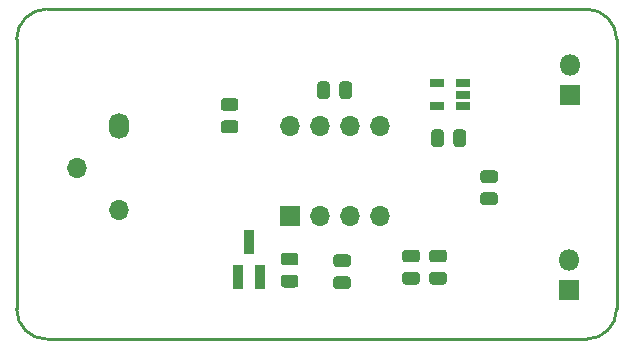
<source format=gbr>
%TF.GenerationSoftware,KiCad,Pcbnew,5.1.6-c6e7f7d~87~ubuntu18.04.1*%
%TF.CreationDate,2020-11-27T17:36:11+05:00*%
%TF.ProjectId,NO2_signal_conditioner,4e4f325f-7369-4676-9e61-6c5f636f6e64,rev?*%
%TF.SameCoordinates,Original*%
%TF.FileFunction,Soldermask,Top*%
%TF.FilePolarity,Negative*%
%FSLAX46Y46*%
G04 Gerber Fmt 4.6, Leading zero omitted, Abs format (unit mm)*
G04 Created by KiCad (PCBNEW 5.1.6-c6e7f7d~87~ubuntu18.04.1) date 2020-11-27 17:36:11*
%MOMM*%
%LPD*%
G01*
G04 APERTURE LIST*
%TA.AperFunction,Profile*%
%ADD10C,0.254000*%
%TD*%
%TA.AperFunction,Profile*%
%ADD11C,0.250000*%
%TD*%
%ADD12O,1.800000X1.800000*%
%ADD13R,1.800000X1.800000*%
%ADD14O,1.700000X1.700000*%
%ADD15O,1.700000X2.200000*%
%ADD16R,1.160000X0.750000*%
%ADD17R,1.700000X1.700000*%
%ADD18R,0.900000X2.000000*%
G04 APERTURE END LIST*
D10*
X154940000Y-91440000D02*
G75*
G02*
X152400000Y-88900000I0J2540000D01*
G01*
X152400000Y-66040000D02*
G75*
G02*
X154940000Y-63500000I2540000J0D01*
G01*
X200660000Y-63500000D02*
G75*
G02*
X203200000Y-66040000I0J-2540000D01*
G01*
X203200000Y-88900000D02*
G75*
G02*
X200660000Y-91440000I-2540000J0D01*
G01*
X152400000Y-88900000D02*
X152400000Y-66040000D01*
X200660000Y-91440000D02*
X154940000Y-91440000D01*
D11*
X203200000Y-66040000D02*
X203200000Y-88900000D01*
D10*
X154940000Y-63500000D02*
X200660000Y-63500000D01*
D12*
%TO.C,J3*%
X199263000Y-68199000D03*
D13*
X199263000Y-70739000D03*
%TD*%
D12*
%TO.C,J2*%
X199136000Y-84709000D03*
D13*
X199136000Y-87249000D03*
%TD*%
D14*
%TO.C,J1*%
X161036000Y-80506000D03*
X157486000Y-76956000D03*
D15*
X161036000Y-73406000D03*
%TD*%
D16*
%TO.C,U2*%
X188003000Y-71689000D03*
X188003000Y-69789000D03*
X190203000Y-69789000D03*
X190203000Y-70739000D03*
X190203000Y-71689000D03*
%TD*%
%TO.C,C3*%
G36*
G01*
X189376000Y-74903250D02*
X189376000Y-73940750D01*
G75*
G02*
X189644750Y-73672000I268750J0D01*
G01*
X190182250Y-73672000D01*
G75*
G02*
X190451000Y-73940750I0J-268750D01*
G01*
X190451000Y-74903250D01*
G75*
G02*
X190182250Y-75172000I-268750J0D01*
G01*
X189644750Y-75172000D01*
G75*
G02*
X189376000Y-74903250I0J268750D01*
G01*
G37*
G36*
G01*
X187501000Y-74903250D02*
X187501000Y-73940750D01*
G75*
G02*
X187769750Y-73672000I268750J0D01*
G01*
X188307250Y-73672000D01*
G75*
G02*
X188576000Y-73940750I0J-268750D01*
G01*
X188576000Y-74903250D01*
G75*
G02*
X188307250Y-75172000I-268750J0D01*
G01*
X187769750Y-75172000D01*
G75*
G02*
X187501000Y-74903250I0J268750D01*
G01*
G37*
%TD*%
D14*
%TO.C,U1*%
X175514000Y-73406000D03*
X183134000Y-81026000D03*
X178054000Y-73406000D03*
X180594000Y-81026000D03*
X180594000Y-73406000D03*
X178054000Y-81026000D03*
X183134000Y-73406000D03*
D17*
X175514000Y-81026000D03*
%TD*%
%TO.C,R5*%
G36*
G01*
X187605750Y-85744000D02*
X188568250Y-85744000D01*
G75*
G02*
X188837000Y-86012750I0J-268750D01*
G01*
X188837000Y-86550250D01*
G75*
G02*
X188568250Y-86819000I-268750J0D01*
G01*
X187605750Y-86819000D01*
G75*
G02*
X187337000Y-86550250I0J268750D01*
G01*
X187337000Y-86012750D01*
G75*
G02*
X187605750Y-85744000I268750J0D01*
G01*
G37*
G36*
G01*
X187605750Y-83869000D02*
X188568250Y-83869000D01*
G75*
G02*
X188837000Y-84137750I0J-268750D01*
G01*
X188837000Y-84675250D01*
G75*
G02*
X188568250Y-84944000I-268750J0D01*
G01*
X187605750Y-84944000D01*
G75*
G02*
X187337000Y-84675250I0J268750D01*
G01*
X187337000Y-84137750D01*
G75*
G02*
X187605750Y-83869000I268750J0D01*
G01*
G37*
%TD*%
%TO.C,R4*%
G36*
G01*
X186282250Y-84944000D02*
X185319750Y-84944000D01*
G75*
G02*
X185051000Y-84675250I0J268750D01*
G01*
X185051000Y-84137750D01*
G75*
G02*
X185319750Y-83869000I268750J0D01*
G01*
X186282250Y-83869000D01*
G75*
G02*
X186551000Y-84137750I0J-268750D01*
G01*
X186551000Y-84675250D01*
G75*
G02*
X186282250Y-84944000I-268750J0D01*
G01*
G37*
G36*
G01*
X186282250Y-86819000D02*
X185319750Y-86819000D01*
G75*
G02*
X185051000Y-86550250I0J268750D01*
G01*
X185051000Y-86012750D01*
G75*
G02*
X185319750Y-85744000I268750J0D01*
G01*
X186282250Y-85744000D01*
G75*
G02*
X186551000Y-86012750I0J-268750D01*
G01*
X186551000Y-86550250D01*
G75*
G02*
X186282250Y-86819000I-268750J0D01*
G01*
G37*
%TD*%
%TO.C,R3*%
G36*
G01*
X175032750Y-85998000D02*
X175995250Y-85998000D01*
G75*
G02*
X176264000Y-86266750I0J-268750D01*
G01*
X176264000Y-86804250D01*
G75*
G02*
X175995250Y-87073000I-268750J0D01*
G01*
X175032750Y-87073000D01*
G75*
G02*
X174764000Y-86804250I0J268750D01*
G01*
X174764000Y-86266750D01*
G75*
G02*
X175032750Y-85998000I268750J0D01*
G01*
G37*
G36*
G01*
X175032750Y-84123000D02*
X175995250Y-84123000D01*
G75*
G02*
X176264000Y-84391750I0J-268750D01*
G01*
X176264000Y-84929250D01*
G75*
G02*
X175995250Y-85198000I-268750J0D01*
G01*
X175032750Y-85198000D01*
G75*
G02*
X174764000Y-84929250I0J268750D01*
G01*
X174764000Y-84391750D01*
G75*
G02*
X175032750Y-84123000I268750J0D01*
G01*
G37*
%TD*%
%TO.C,R2*%
G36*
G01*
X179477750Y-86125000D02*
X180440250Y-86125000D01*
G75*
G02*
X180709000Y-86393750I0J-268750D01*
G01*
X180709000Y-86931250D01*
G75*
G02*
X180440250Y-87200000I-268750J0D01*
G01*
X179477750Y-87200000D01*
G75*
G02*
X179209000Y-86931250I0J268750D01*
G01*
X179209000Y-86393750D01*
G75*
G02*
X179477750Y-86125000I268750J0D01*
G01*
G37*
G36*
G01*
X179477750Y-84250000D02*
X180440250Y-84250000D01*
G75*
G02*
X180709000Y-84518750I0J-268750D01*
G01*
X180709000Y-85056250D01*
G75*
G02*
X180440250Y-85325000I-268750J0D01*
G01*
X179477750Y-85325000D01*
G75*
G02*
X179209000Y-85056250I0J268750D01*
G01*
X179209000Y-84518750D01*
G75*
G02*
X179477750Y-84250000I268750J0D01*
G01*
G37*
%TD*%
%TO.C,R1*%
G36*
G01*
X169952750Y-72917000D02*
X170915250Y-72917000D01*
G75*
G02*
X171184000Y-73185750I0J-268750D01*
G01*
X171184000Y-73723250D01*
G75*
G02*
X170915250Y-73992000I-268750J0D01*
G01*
X169952750Y-73992000D01*
G75*
G02*
X169684000Y-73723250I0J268750D01*
G01*
X169684000Y-73185750D01*
G75*
G02*
X169952750Y-72917000I268750J0D01*
G01*
G37*
G36*
G01*
X169952750Y-71042000D02*
X170915250Y-71042000D01*
G75*
G02*
X171184000Y-71310750I0J-268750D01*
G01*
X171184000Y-71848250D01*
G75*
G02*
X170915250Y-72117000I-268750J0D01*
G01*
X169952750Y-72117000D01*
G75*
G02*
X169684000Y-71848250I0J268750D01*
G01*
X169684000Y-71310750D01*
G75*
G02*
X169952750Y-71042000I268750J0D01*
G01*
G37*
%TD*%
D18*
%TO.C,Q1*%
X172085000Y-83209000D03*
X173035000Y-86209000D03*
X171135000Y-86209000D03*
%TD*%
%TO.C,C2*%
G36*
G01*
X192886250Y-78213000D02*
X191923750Y-78213000D01*
G75*
G02*
X191655000Y-77944250I0J268750D01*
G01*
X191655000Y-77406750D01*
G75*
G02*
X191923750Y-77138000I268750J0D01*
G01*
X192886250Y-77138000D01*
G75*
G02*
X193155000Y-77406750I0J-268750D01*
G01*
X193155000Y-77944250D01*
G75*
G02*
X192886250Y-78213000I-268750J0D01*
G01*
G37*
G36*
G01*
X192886250Y-80088000D02*
X191923750Y-80088000D01*
G75*
G02*
X191655000Y-79819250I0J268750D01*
G01*
X191655000Y-79281750D01*
G75*
G02*
X191923750Y-79013000I268750J0D01*
G01*
X192886250Y-79013000D01*
G75*
G02*
X193155000Y-79281750I0J-268750D01*
G01*
X193155000Y-79819250D01*
G75*
G02*
X192886250Y-80088000I-268750J0D01*
G01*
G37*
%TD*%
%TO.C,C1*%
G36*
G01*
X179724000Y-70839250D02*
X179724000Y-69876750D01*
G75*
G02*
X179992750Y-69608000I268750J0D01*
G01*
X180530250Y-69608000D01*
G75*
G02*
X180799000Y-69876750I0J-268750D01*
G01*
X180799000Y-70839250D01*
G75*
G02*
X180530250Y-71108000I-268750J0D01*
G01*
X179992750Y-71108000D01*
G75*
G02*
X179724000Y-70839250I0J268750D01*
G01*
G37*
G36*
G01*
X177849000Y-70839250D02*
X177849000Y-69876750D01*
G75*
G02*
X178117750Y-69608000I268750J0D01*
G01*
X178655250Y-69608000D01*
G75*
G02*
X178924000Y-69876750I0J-268750D01*
G01*
X178924000Y-70839250D01*
G75*
G02*
X178655250Y-71108000I-268750J0D01*
G01*
X178117750Y-71108000D01*
G75*
G02*
X177849000Y-70839250I0J268750D01*
G01*
G37*
%TD*%
M02*

</source>
